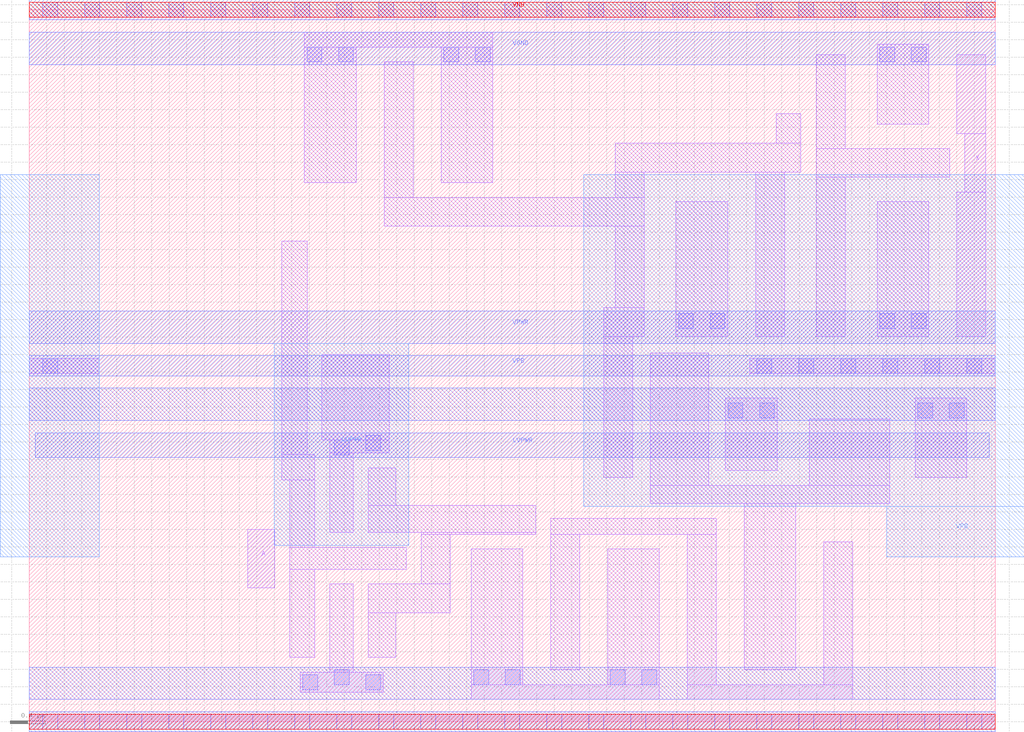
<source format=lef>
# Copyright 2020 The SkyWater PDK Authors
#
# Licensed under the Apache License, Version 2.0 (the "License");
# you may not use this file except in compliance with the License.
# You may obtain a copy of the License at
#
#     https://www.apache.org/licenses/LICENSE-2.0
#
# Unless required by applicable law or agreed to in writing, software
# distributed under the License is distributed on an "AS IS" BASIS,
# WITHOUT WARRANTIES OR CONDITIONS OF ANY KIND, either express or implied.
# See the License for the specific language governing permissions and
# limitations under the License.
#
# SPDX-License-Identifier: Apache-2.0

VERSION 5.7 ;
  NOWIREEXTENSIONATPIN ON ;
  DIVIDERCHAR "/" ;
  BUSBITCHARS "[]" ;
SITE unithvdbl
  SYMMETRY y ;
  CLASS CORE ;
  SIZE  11.04000 BY  8.140000 ;
END unithvdbl
MACRO sky130_fd_sc_hvl__lsbuflv2hv_symmetric_1
  CLASS CORE ;
  FOREIGN sky130_fd_sc_hvl__lsbuflv2hv_symmetric_1 ;
  ORIGIN  0.000000  0.000000 ;
  SIZE  11.04000 BY  8.140000 ;
  SYMMETRY X Y ;
  SITE unithvdbl ;
  PIN A
    ANTENNAGATEAREA  0.252000 ;
    DIRECTION INPUT ;
    USE SIGNAL ;
    PORT
      LAYER li1 ;
        RECT 2.495000 1.530000 2.805000 2.200000 ;
    END
  END A
  PIN X
    ANTENNADIFFAREA  0.596250 ;
    DIRECTION OUTPUT ;
    USE SIGNAL ;
    PORT
      LAYER li1 ;
        RECT 10.600000 4.405000 10.930000 6.055000 ;
        RECT 10.600000 6.725000 10.930000 7.625000 ;
        RECT 10.690000 6.055000 10.930000 6.725000 ;
    END
  END X
  PIN LVPWR
    DIRECTION INOUT ;
    USE POWER ;
    PORT
      LAYER met1 ;
        RECT 0.070000 3.020000 10.970000 3.305000 ;
      LAYER nwell ;
        RECT 2.800000 2.015000 4.335000 4.325000 ;
    END
  END LVPWR
  PIN VGND
    DIRECTION INOUT ;
    USE GROUND ;
    PORT
      LAYER met1 ;
        RECT 0.000000 7.515000 11.040000 7.885000 ;
    END
  END VGND
  PIN VNB
    DIRECTION INOUT ;
    USE GROUND ;
    PORT
      LAYER met1 ;
        RECT 0.000000 8.025000 11.040000 8.255000 ;
      LAYER pwell ;
        RECT 0.000000 8.055000 11.040000 8.225000 ;
    END
  END VNB
  PIN VPB
    DIRECTION INOUT ;
    USE POWER ;
    PORT
      LAYER met1 ;
        RECT 0.000000 3.955000 11.040000 4.185000 ;
      LAYER nwell ;
        RECT -0.330000 1.885000  0.800000 6.255000 ;
        RECT  6.335000 2.465000 11.370000 6.255000 ;
        RECT  9.800000 1.885000 11.370000 2.465000 ;
    END
  END VPB
  PIN VPWR
    DIRECTION INOUT ;
    USE POWER ;
    PORT
      LAYER met1 ;
        RECT 0.000000 4.325000 11.040000 4.695000 ;
    END
  END VPWR
  OBS
    LAYER li1 ;
      RECT  0.000000 -0.085000 11.040000 0.085000 ;
      RECT  0.000000  3.985000  0.800000 4.155000 ;
      RECT  0.000000  8.055000 11.040000 8.225000 ;
      RECT  2.885000  2.765000  3.265000 3.055000 ;
      RECT  2.885000  3.055000  3.175000 5.495000 ;
      RECT  2.975000  0.735000  3.265000 1.745000 ;
      RECT  2.975000  1.745000  4.310000 1.995000 ;
      RECT  2.975000  1.995000  3.265000 2.765000 ;
      RECT  3.095000  0.335000  4.045000 0.565000 ;
      RECT  3.145000  6.165000  3.735000 7.715000 ;
      RECT  3.145000  7.715000  5.295000 7.885000 ;
      RECT  3.345000  3.225000  4.115000 4.200000 ;
      RECT  3.435000  0.565000  3.705000 1.575000 ;
      RECT  3.435000  2.165000  3.705000 3.075000 ;
      RECT  3.435000  3.075000  4.115000 3.225000 ;
      RECT  3.875000  0.735000  4.185000 1.245000 ;
      RECT  3.875000  1.245000  4.810000 1.575000 ;
      RECT  3.875000  2.165000  5.790000 2.475000 ;
      RECT  3.875000  2.475000  4.185000 2.905000 ;
      RECT  4.055000  5.665000  7.025000 5.995000 ;
      RECT  4.055000  5.995000  4.385000 7.545000 ;
      RECT  4.480000  1.575000  4.810000 2.145000 ;
      RECT  4.480000  2.145000  5.790000 2.165000 ;
      RECT  4.705000  6.165000  5.295000 7.715000 ;
      RECT  5.050000  0.255000  7.200000 0.425000 ;
      RECT  5.050000  0.425000  5.640000 1.975000 ;
      RECT  5.960000  0.595000  6.290000 2.145000 ;
      RECT  5.960000  2.145000  7.850000 2.325000 ;
      RECT  6.565000  2.795000  6.895000 4.405000 ;
      RECT  6.565000  4.405000  7.025000 4.735000 ;
      RECT  6.610000  0.425000  7.200000 1.975000 ;
      RECT  6.695000  4.735000  7.025000 5.665000 ;
      RECT  6.695000  5.995000  7.025000 6.285000 ;
      RECT  6.695000  6.285000  8.815000 6.615000 ;
      RECT  7.095000  2.495000  9.835000 2.705000 ;
      RECT  7.095000  2.705000  7.765000 4.215000 ;
      RECT  7.390000  4.405000  7.980000 5.945000 ;
      RECT  7.520000  0.255000  9.410000 0.425000 ;
      RECT  7.520000  0.425000  7.850000 2.145000 ;
      RECT  7.955000  2.875000  8.545000 3.705000 ;
      RECT  8.170000  0.595000  8.760000 2.495000 ;
      RECT  8.235000  3.985000 11.040000 4.155000 ;
      RECT  8.300000  4.405000  8.630000 6.285000 ;
      RECT  8.535000  6.615000  8.815000 6.955000 ;
      RECT  8.915000  2.705000  9.835000 3.465000 ;
      RECT  8.995000  4.405000  9.325000 6.225000 ;
      RECT  8.995000  6.225000 10.520000 6.555000 ;
      RECT  8.995000  6.555000  9.325000 7.625000 ;
      RECT  9.080000  0.425000  9.410000 2.055000 ;
      RECT  9.690000  4.405000 10.280000 5.945000 ;
      RECT  9.690000  6.835000 10.280000 7.745000 ;
      RECT 10.125000  2.795000 10.715000 3.705000 ;
    LAYER mcon ;
      RECT  0.155000 -0.085000  0.325000 0.085000 ;
      RECT  0.155000  3.985000  0.325000 4.155000 ;
      RECT  0.155000  8.055000  0.325000 8.225000 ;
      RECT  0.635000 -0.085000  0.805000 0.085000 ;
      RECT  0.635000  8.055000  0.805000 8.225000 ;
      RECT  1.115000 -0.085000  1.285000 0.085000 ;
      RECT  1.115000  8.055000  1.285000 8.225000 ;
      RECT  1.595000 -0.085000  1.765000 0.085000 ;
      RECT  1.595000  8.055000  1.765000 8.225000 ;
      RECT  2.075000 -0.085000  2.245000 0.085000 ;
      RECT  2.075000  8.055000  2.245000 8.225000 ;
      RECT  2.555000 -0.085000  2.725000 0.085000 ;
      RECT  2.555000  8.055000  2.725000 8.225000 ;
      RECT  3.035000 -0.085000  3.205000 0.085000 ;
      RECT  3.035000  8.055000  3.205000 8.225000 ;
      RECT  3.125000  0.365000  3.295000 0.535000 ;
      RECT  3.175000  7.545000  3.345000 7.715000 ;
      RECT  3.485000  0.425000  3.655000 0.595000 ;
      RECT  3.485000  3.050000  3.655000 3.220000 ;
      RECT  3.515000 -0.085000  3.685000 0.085000 ;
      RECT  3.515000  8.055000  3.685000 8.225000 ;
      RECT  3.535000  7.545000  3.705000 7.715000 ;
      RECT  3.845000  0.365000  4.015000 0.535000 ;
      RECT  3.845000  3.105000  4.015000 3.275000 ;
      RECT  3.995000 -0.085000  4.165000 0.085000 ;
      RECT  3.995000  8.055000  4.165000 8.225000 ;
      RECT  4.475000 -0.085000  4.645000 0.085000 ;
      RECT  4.475000  8.055000  4.645000 8.225000 ;
      RECT  4.735000  7.545000  4.905000 7.715000 ;
      RECT  4.955000 -0.085000  5.125000 0.085000 ;
      RECT  4.955000  8.055000  5.125000 8.225000 ;
      RECT  5.080000  0.425000  5.250000 0.595000 ;
      RECT  5.095000  7.545000  5.265000 7.715000 ;
      RECT  5.435000 -0.085000  5.605000 0.085000 ;
      RECT  5.435000  8.055000  5.605000 8.225000 ;
      RECT  5.440000  0.425000  5.610000 0.595000 ;
      RECT  5.915000 -0.085000  6.085000 0.085000 ;
      RECT  5.915000  8.055000  6.085000 8.225000 ;
      RECT  6.395000 -0.085000  6.565000 0.085000 ;
      RECT  6.395000  8.055000  6.565000 8.225000 ;
      RECT  6.640000  0.425000  6.810000 0.595000 ;
      RECT  6.875000 -0.085000  7.045000 0.085000 ;
      RECT  6.875000  8.055000  7.045000 8.225000 ;
      RECT  7.000000  0.425000  7.170000 0.595000 ;
      RECT  7.355000 -0.085000  7.525000 0.085000 ;
      RECT  7.355000  8.055000  7.525000 8.225000 ;
      RECT  7.420000  4.495000  7.590000 4.665000 ;
      RECT  7.780000  4.495000  7.950000 4.665000 ;
      RECT  7.835000 -0.085000  8.005000 0.085000 ;
      RECT  7.835000  8.055000  8.005000 8.225000 ;
      RECT  7.985000  3.475000  8.155000 3.645000 ;
      RECT  8.315000 -0.085000  8.485000 0.085000 ;
      RECT  8.315000  3.985000  8.485000 4.155000 ;
      RECT  8.315000  8.055000  8.485000 8.225000 ;
      RECT  8.345000  3.475000  8.515000 3.645000 ;
      RECT  8.795000 -0.085000  8.965000 0.085000 ;
      RECT  8.795000  3.985000  8.965000 4.155000 ;
      RECT  8.795000  8.055000  8.965000 8.225000 ;
      RECT  9.275000 -0.085000  9.445000 0.085000 ;
      RECT  9.275000  3.985000  9.445000 4.155000 ;
      RECT  9.275000  8.055000  9.445000 8.225000 ;
      RECT  9.720000  4.495000  9.890000 4.665000 ;
      RECT  9.720000  7.545000  9.890000 7.715000 ;
      RECT  9.755000 -0.085000  9.925000 0.085000 ;
      RECT  9.755000  3.985000  9.925000 4.155000 ;
      RECT  9.755000  8.055000  9.925000 8.225000 ;
      RECT 10.080000  4.495000 10.250000 4.665000 ;
      RECT 10.080000  7.545000 10.250000 7.715000 ;
      RECT 10.155000  3.475000 10.325000 3.645000 ;
      RECT 10.235000 -0.085000 10.405000 0.085000 ;
      RECT 10.235000  3.985000 10.405000 4.155000 ;
      RECT 10.235000  8.055000 10.405000 8.225000 ;
      RECT 10.515000  3.475000 10.685000 3.645000 ;
      RECT 10.715000 -0.085000 10.885000 0.085000 ;
      RECT 10.715000  3.985000 10.885000 4.155000 ;
      RECT 10.715000  8.055000 10.885000 8.225000 ;
    LAYER met1 ;
      RECT 0.000000 -0.115000 11.040000 0.115000 ;
      RECT 0.000000  0.255000 11.040000 0.625000 ;
      RECT 0.000000  3.445000 11.040000 3.815000 ;
    LAYER pwell ;
      RECT 0.000000 -0.085000 11.040000 0.085000 ;
  END
END sky130_fd_sc_hvl__lsbuflv2hv_symmetric_1
END LIBRARY

</source>
